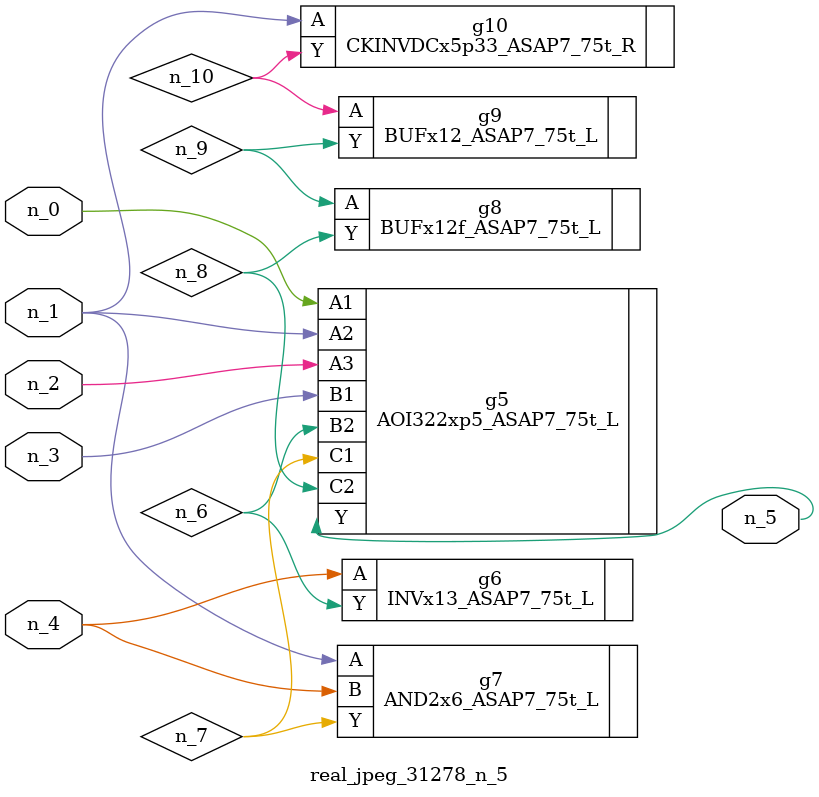
<source format=v>
module real_jpeg_31278_n_5 (n_4, n_0, n_1, n_2, n_3, n_5);

input n_4;
input n_0;
input n_1;
input n_2;
input n_3;

output n_5;

wire n_8;
wire n_6;
wire n_7;
wire n_10;
wire n_9;

AOI322xp5_ASAP7_75t_L g5 ( 
.A1(n_0),
.A2(n_1),
.A3(n_2),
.B1(n_3),
.B2(n_6),
.C1(n_7),
.C2(n_8),
.Y(n_5)
);

AND2x6_ASAP7_75t_L g7 ( 
.A(n_1),
.B(n_4),
.Y(n_7)
);

CKINVDCx5p33_ASAP7_75t_R g10 ( 
.A(n_1),
.Y(n_10)
);

INVx13_ASAP7_75t_L g6 ( 
.A(n_4),
.Y(n_6)
);

BUFx12f_ASAP7_75t_L g8 ( 
.A(n_9),
.Y(n_8)
);

BUFx12_ASAP7_75t_L g9 ( 
.A(n_10),
.Y(n_9)
);


endmodule
</source>
